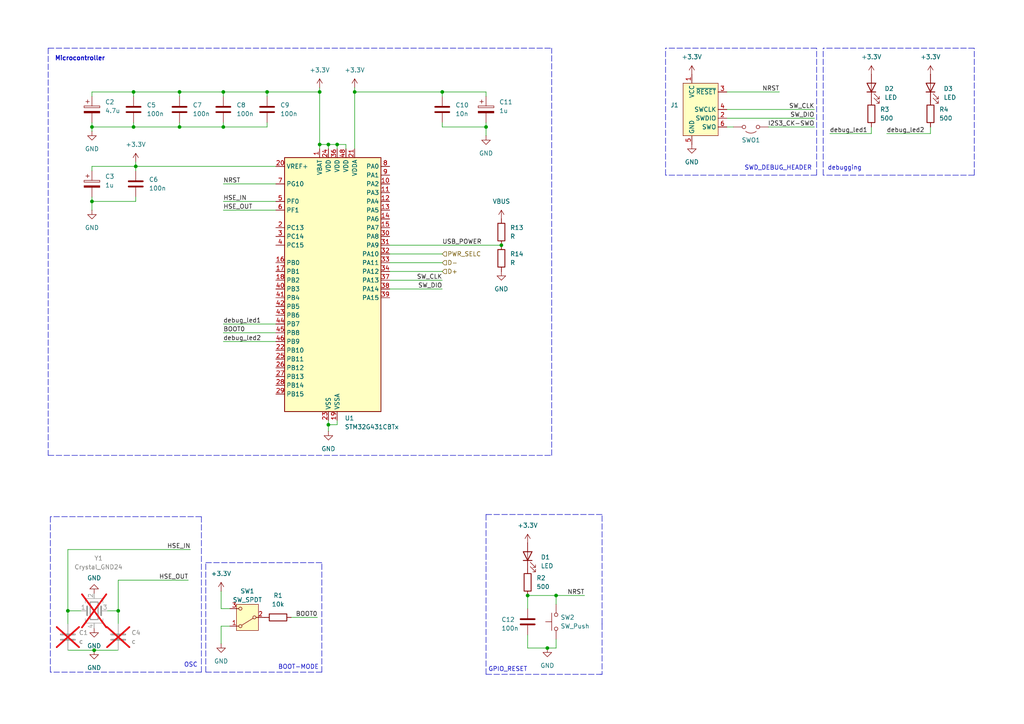
<source format=kicad_sch>
(kicad_sch (version 20231120) (generator "eeschema") (generator_version "8.0")
  (paper "A4")
  (lib_symbols
    (symbol "Connector:Conn_ARM_SWD_TagConnect_TC2030-NL" (in_bom no)
      (property "Reference" "J" (at 2.54 11.43 0))
      (property "Value" "Conn_ARM_SWD_TagConnect_TC2030-NL" (at 2.54 8.89 0))
      (symbol "Conn_ARM_SWD_TagConnect_TC2030-NL_0_0"
        (pin power_in line (at -2.54 10.16 270) (length 2.54) (name "VCC") (number "1"))
        (pin bidirectional line (at 7.62 -2.54 180) (length 2.54) (name "SWDIO") (number "2"))
        (pin open_collector line (at 7.62 5.08 180) (length 2.54) (name "~{RESET}") (number "3"))
        (pin output line (at 7.62 0 180) (length 2.54) (name "SWCLK") (number "4"))
        (pin power_in line (at -2.54 -10.16 90) (length 2.54) (name "GND") (number "5"))
        (pin input line (at 7.62 -5.08 180) (length 2.54) (name "SWO") (number "6"))
      )
      (symbol "Conn_ARM_SWD_TagConnect_TC2030-NL_0_1"
        (rectangle (start -5.08 7.62) (end 5.08 -7.62) (fill (type background)))
      )
    )
    (symbol "Device:C" (pin_numbers hide) (pin_names (offset 0.254))
      (property "Reference" "C" (at 0.635 2.54 0))
      (property "Value" "C" (at 0.635 -2.54 0))
      (symbol "C_0_1"
        (polyline (pts (xy -2.032 -0.762) (xy 2.032 -0.762)) (stroke (width 0.508)))
        (polyline (pts (xy -2.032 0.762) (xy 2.032 0.762)) (stroke (width 0.508)))
      )
      (symbol "C_1_1"
        (pin passive line (at 0 3.81 270) (length 2.794) (name "~") (number "1"))
        (pin passive line (at 0 -3.81 90) (length 2.794) (name "~") (number "2"))
      )
    )
    (symbol "Device:C_Polarized" (pin_numbers hide) (pin_names (offset 0.254))
      (property "Reference" "C" (at 0.635 2.54 0))
      (property "Value" "C_Polarized" (at 0.635 -2.54 0))
      (symbol "C_Polarized_0_1"
        (rectangle (start -2.286 0.508) (end 2.286 1.016))
        (polyline (pts (xy -1.778 2.286) (xy -0.762 2.286)))
        (polyline (pts (xy -1.27 2.794) (xy -1.27 1.778)))
        (rectangle (start 2.286 -0.508) (end -2.286 -1.016) (fill (type outline)))
      )
      (symbol "C_Polarized_1_1"
        (pin passive line (at 0 3.81 270) (length 2.794) (name "~") (number "1"))
        (pin passive line (at 0 -3.81 90) (length 2.794) (name "~") (number "2"))
      )
    )
    (symbol "Device:Crystal_GND24" (pin_names (offset 1.016) hide)
      (property "Reference" "Y" (at 3.175 5.08 0))
      (property "Value" "Crystal_GND24" (at 3.175 3.175 0))
      (symbol "Crystal_GND24_0_1"
        (rectangle (start -1.143 2.54) (end 1.143 -2.54) (stroke (width 0.3048)))
        (polyline (pts (xy -2.54 0) (xy -2.032 0)))
        (polyline (pts (xy -2.032 -1.27) (xy -2.032 1.27)) (stroke (width 0.508)))
        (polyline (pts (xy 0 -3.81) (xy 0 -3.556)))
        (polyline (pts (xy 0 3.556) (xy 0 3.81)))
        (polyline (pts (xy 2.032 -1.27) (xy 2.032 1.27)) (stroke (width 0.508)))
        (polyline (pts (xy 2.032 0) (xy 2.54 0)))
        (polyline (pts (xy -2.54 -2.286) (xy -2.54 -3.556) (xy 2.54 -3.556) (xy 2.54 -2.286)))
        (polyline (pts (xy -2.54 2.286) (xy -2.54 3.556) (xy 2.54 3.556) (xy 2.54 2.286)))
      )
      (symbol "Crystal_GND24_1_1"
        (pin passive line (at -3.81 0 0) (length 1.27) (name "1") (number "1"))
        (pin passive line (at 0 5.08 270) (length 1.27) (name "2") (number "2"))
        (pin passive line (at 3.81 0 180) (length 1.27) (name "3") (number "3"))
        (pin passive line (at 0 -5.08 90) (length 1.27) (name "4") (number "4"))
      )
    )
    (symbol "Device:LED" (pin_numbers hide) (pin_names (offset 1.016) hide)
      (property "Reference" "D" (at 0 2.54 0))
      (property "Value" "LED" (at 0 -2.54 0))
      (symbol "LED_0_1"
        (polyline (pts (xy -1.27 -1.27) (xy -1.27 1.27)) (stroke (width 0.254)))
        (polyline (pts (xy -1.27 0) (xy 1.27 0)))
        (polyline (pts (xy 1.27 -1.27) (xy 1.27 1.27) (xy -1.27 0) (xy 1.27 -1.27)) (stroke (width 0.254)))
        (polyline (pts (xy -3.048 -0.762) (xy -4.572 -2.286) (xy -3.81 -2.286) (xy -4.572 -2.286) (xy -4.572 -1.524)))
        (polyline (pts (xy -1.778 -0.762) (xy -3.302 -2.286) (xy -2.54 -2.286) (xy -3.302 -2.286) (xy -3.302 -1.524)))
      )
      (symbol "LED_1_1"
        (pin passive line (at -3.81 0 0) (length 2.54) (name "K") (number "1"))
        (pin passive line (at 3.81 0 180) (length 2.54) (name "A") (number "2"))
      )
    )
    (symbol "Device:R" (pin_numbers hide) (pin_names (offset 0))
      (property "Reference" "R" (at 2.032 0 90))
      (property "Value" "R" (at 0 0 90))
      (symbol "R_0_1"
        (rectangle (start -1.016 -2.54) (end 1.016 2.54) (stroke (width 0.254)))
      )
      (symbol "R_1_1"
        (pin passive line (at 0 3.81 270) (length 1.27) (name "~") (number "1"))
        (pin passive line (at 0 -3.81 90) (length 1.27) (name "~") (number "2"))
      )
    )
    (symbol "Jumper:Jumper_2_Open" (pin_numbers hide) (pin_names (offset 0) hide) (exclude_from_sim yes)
      (property "Reference" "JP" (at 0 2.794 0))
      (property "Value" "Jumper_2_Open" (at 0 -2.286 0))
      (symbol "Jumper_2_Open_0_0"
        (circle (center -2.032 0) (radius 0.508))
        (circle (center 2.032 0) (radius 0.508))
      )
      (symbol "Jumper_2_Open_0_1"
        (arc (start 1.524 1.27) (mid 0 1.778) (end -1.524 1.27))
      )
      (symbol "Jumper_2_Open_1_1"
        (pin passive line (at -5.08 0 0) (length 2.54) (name "A") (number "1"))
        (pin passive line (at 5.08 0 180) (length 2.54) (name "B") (number "2"))
      )
    )
    (symbol "MCU_ST_STM32G4:STM32G431CBTx"
      (property "Reference" "U" (at -12.7 39.37 0))
      (property "Value" "STM32G431CBTx" (at 10.16 39.37 0))
      (symbol "STM32G431CBTx_0_1"
        (rectangle (start -12.7 -35.56) (end 15.24 38.1) (stroke (width 0.254)) (fill (type background)))
      )
      (symbol "STM32G431CBTx_1_1"
        (pin power_in line (at -2.54 40.64 270) (length 2.54) (name "VBAT") (number "1"))
        (pin bidirectional line (at 17.78 30.48 180) (length 2.54) (name "PA2") (number "10"))
        (pin bidirectional line (at 17.78 27.94 180) (length 2.54) (name "PA3") (number "11"))
        (pin bidirectional line (at 17.78 25.4 180) (length 2.54) (name "PA4") (number "12"))
        (pin bidirectional line (at 17.78 22.86 180) (length 2.54) (name "PA5") (number "13"))
        (pin bidirectional line (at 17.78 20.32 180) (length 2.54) (name "PA6") (number "14"))
        (pin bidirectional line (at 17.78 17.78 180) (length 2.54) (name "PA7") (number "15"))
        (pin bidirectional line (at -15.24 7.62 0) (length 2.54) (name "PB0") (number "16"))
        (pin bidirectional line (at -15.24 5.08 0) (length 2.54) (name "PB1") (number "17"))
        (pin bidirectional line (at -15.24 2.54 0) (length 2.54) (name "PB2") (number "18"))
        (pin power_in line (at 2.54 -38.1 90) (length 2.54) (name "VSSA") (number "19"))
        (pin bidirectional line (at -15.24 17.78 0) (length 2.54) (name "PC13") (number "2"))
        (pin input line (at -15.24 35.56 0) (length 2.54) (name "VREF+") (number "20"))
        (pin power_in line (at 7.62 40.64 270) (length 2.54) (name "VDDA") (number "21"))
        (pin bidirectional line (at -15.24 -17.78 0) (length 2.54) (name "PB10") (number "22"))
        (pin power_in line (at 0 -38.1 90) (length 2.54) (name "VSS") (number "23"))
        (pin power_in line (at 0 40.64 270) (length 2.54) (name "VDD") (number "24"))
        (pin bidirectional line (at -15.24 -20.32 0) (length 2.54) (name "PB11") (number "25"))
        (pin bidirectional line (at -15.24 -22.86 0) (length 2.54) (name "PB12") (number "26"))
        (pin bidirectional line (at -15.24 -25.4 0) (length 2.54) (name "PB13") (number "27"))
        (pin bidirectional line (at -15.24 -27.94 0) (length 2.54) (name "PB14") (number "28"))
        (pin bidirectional line (at -15.24 -30.48 0) (length 2.54) (name "PB15") (number "29"))
        (pin bidirectional line (at -15.24 15.24 0) (length 2.54) (name "PC14") (number "3"))
        (pin bidirectional line (at 17.78 15.24 180) (length 2.54) (name "PA8") (number "30"))
        (pin bidirectional line (at 17.78 12.7 180) (length 2.54) (name "PA9") (number "31"))
        (pin bidirectional line (at 17.78 10.16 180) (length 2.54) (name "PA10") (number "32"))
        (pin bidirectional line (at 17.78 7.62 180) (length 2.54) (name "PA11") (number "33"))
        (pin bidirectional line (at 17.78 5.08 180) (length 2.54) (name "PA12") (number "34"))
        (pin passive line (at 0 -38.1 90) (length 2.54) hide (name "VSS") (number "35"))
        (pin power_in line (at 2.54 40.64 270) (length 2.54) (name "VDD") (number "36"))
        (pin bidirectional line (at 17.78 2.54 180) (length 2.54) (name "PA13") (number "37"))
        (pin bidirectional line (at 17.78 0 180) (length 2.54) (name "PA14") (number "38"))
        (pin bidirectional line (at 17.78 -2.54 180) (length 2.54) (name "PA15") (number "39"))
        (pin bidirectional line (at -15.24 12.7 0) (length 2.54) (name "PC15") (number "4"))
        (pin bidirectional line (at -15.24 0 0) (length 2.54) (name "PB3") (number "40"))
        (pin bidirectional line (at -15.24 -2.54 0) (length 2.54) (name "PB4") (number "41"))
        (pin bidirectional line (at -15.24 -5.08 0) (length 2.54) (name "PB5") (number "42"))
        (pin bidirectional line (at -15.24 -7.62 0) (length 2.54) (name "PB6") (number "43"))
        (pin bidirectional line (at -15.24 -10.16 0) (length 2.54) (name "PB7") (number "44"))
        (pin bidirectional line (at -15.24 -12.7 0) (length 2.54) (name "PB8") (number "45"))
        (pin bidirectional line (at -15.24 -15.24 0) (length 2.54) (name "PB9") (number "46"))
        (pin passive line (at 0 -38.1 90) (length 2.54) hide (name "VSS") (number "47"))
        (pin power_in line (at 5.08 40.64 270) (length 2.54) (name "VDD") (number "48"))
        (pin bidirectional line (at -15.24 25.4 0) (length 2.54) (name "PF0") (number "5"))
        (pin bidirectional line (at -15.24 22.86 0) (length 2.54) (name "PF1") (number "6"))
        (pin bidirectional line (at -15.24 30.48 0) (length 2.54) (name "PG10") (number "7"))
        (pin bidirectional line (at 17.78 35.56 180) (length 2.54) (name "PA0") (number "8"))
        (pin bidirectional line (at 17.78 33.02 180) (length 2.54) (name "PA1") (number "9"))
      )
    )
    (symbol "Switch:SW_Push" (pin_numbers hide) (pin_names (offset 1.016) hide)
      (property "Reference" "SW" (at 1.27 2.54 0))
      (property "Value" "SW_Push" (at 0 -1.524 0))
      (symbol "SW_Push_0_1"
        (circle (center -2.032 0) (radius 0.508))
        (polyline (pts (xy 0 1.27) (xy 0 3.048)))
        (polyline (pts (xy 2.54 1.27) (xy -2.54 1.27)))
        (circle (center 2.032 0) (radius 0.508))
        (pin passive line (at -5.08 0 0) (length 2.54) (name "1") (number "1"))
        (pin passive line (at 5.08 0 180) (length 2.54) (name "2") (number "2"))
      )
    )
    (symbol "Switch:SW_SPDT" (pin_names (offset 0) hide)
      (property "Reference" "SW" (at 0 5.08 0))
      (property "Value" "SW_SPDT" (at 0 -5.08 0))
      (symbol "SW_SPDT_0_1"
        (circle (center -2.032 0) (radius 0.4572))
        (polyline (pts (xy -1.651 0.254) (xy 1.651 2.286)))
        (circle (center 2.032 -2.54) (radius 0.4572))
        (circle (center 2.032 2.54) (radius 0.4572))
      )
      (symbol "SW_SPDT_1_1"
        (rectangle (start -3.175 3.81) (end 3.175 -3.81) (fill (type background)))
        (pin passive line (at 5.08 2.54 180) (length 2.54) (name "A") (number "1"))
        (pin passive line (at -5.08 0 0) (length 2.54) (name "B") (number "2"))
        (pin passive line (at 5.08 -2.54 180) (length 2.54) (name "C") (number "3"))
      )
    )
    (symbol "power:+3.3V" (power) (pin_numbers hide) (pin_names (offset 0) hide)
      (property "Value" "+3.3V" (at 0 3.556 0))
      (symbol "+3.3V_0_1"
        (polyline (pts (xy -0.762 1.27) (xy 0 2.54)))
        (polyline (pts (xy 0 0) (xy 0 2.54)))
        (polyline (pts (xy 0 2.54) (xy 0.762 1.27)))
      )
      (symbol "+3.3V_1_1"
        (pin power_in line (at 0 0 90) (length 0) (name "~") (number "1"))
      )
    )
    (symbol "power:GND" (power) (pin_numbers hide) (pin_names (offset 0) hide)
      (property "Value" "GND" (at 0 -3.81 0))
      (symbol "GND_0_1"
        (polyline (pts (xy 0 0) (xy 0 -1.27) (xy 1.27 -1.27) (xy 0 -2.54) (xy -1.27 -1.27) (xy 0 -1.27)))
      )
      (symbol "GND_1_1"
        (pin power_in line (at 0 0 270) (length 0) (name "~") (number "1"))
      )
    )
    (symbol "power:VBUS" (power) (pin_numbers hide) (pin_names (offset 0) hide)
      (property "Value" "VBUS" (at 0 3.556 0))
      (symbol "VBUS_0_1"
        (polyline (pts (xy -0.762 1.27) (xy 0 2.54)))
        (polyline (pts (xy 0 0) (xy 0 2.54)))
        (polyline (pts (xy 0 2.54) (xy 0.762 1.27)))
      )
      (symbol "VBUS_1_1"
        (pin power_in line (at 0 0 90) (length 0) (name "~") (number "1"))
      )
    )
  )
  (junction (at 38.735 36.83))
  (junction (at 92.71 26.67))
  (junction (at 128.27 26.67))
  (junction (at 26.67 58.42))
  (junction (at 27.305 188.595))
  (junction (at 95.25 123.19))
  (junction (at 26.67 36.83))
  (junction (at 64.77 36.83))
  (junction (at 38.735 26.67))
  (junction (at 92.71 41.91))
  (junction (at 153.035 172.72))
  (junction (at 77.47 26.67))
  (junction (at 161.29 172.72))
  (junction (at 145.415 71.12))
  (junction (at 95.25 41.91))
  (junction (at 19.685 177.165))
  (junction (at 102.87 26.67))
  (junction (at 140.97 36.83))
  (junction (at 158.75 187.96))
  (junction (at 34.29 177.165))
  (junction (at 97.79 41.91))
  (junction (at 64.77 26.67))
  (junction (at 52.07 26.67))
  (junction (at 52.07 36.83))
  (junction (at 39.37 48.26))
  (wire (pts (xy 64.77 58.42) (xy 80.01 58.42)))
  (polyline (pts (xy 236.855 50.8) (xy 193.04 50.8)) (stroke (width 0) (type dash)))
  (wire (pts (xy 26.67 48.26) (xy 39.37 48.26)))
  (polyline (pts (xy 236.855 50.8) (xy 236.855 13.97)) (stroke (width 0) (type dash)))
  (polyline (pts (xy 58.42 194.945) (xy 14.605 194.945)) (stroke (width 0) (type dash)))
  (wire (pts (xy 26.67 58.42) (xy 39.37 58.42)))
  (polyline (pts (xy 160.02 132.08) (xy 160.02 13.97)) (stroke (width 0) (type dash)))
  (wire (pts (xy 140.97 36.83) (xy 140.97 35.56)))
  (wire (pts (xy 113.03 76.2) (xy 128.27 76.2)))
  (wire (pts (xy 19.685 188.595) (xy 27.305 188.595)))
  (wire (pts (xy 64.77 26.67) (xy 77.47 26.67)))
  (wire (pts (xy 77.47 26.67) (xy 92.71 26.67)))
  (polyline (pts (xy 93.345 194.945) (xy 93.345 163.195)) (stroke (width 0) (type dash)))
  (wire (pts (xy 26.67 58.42) (xy 26.67 60.96)))
  (wire (pts (xy 210.82 36.83) (xy 212.725 36.83)))
  (wire (pts (xy 113.03 71.12) (xy 145.415 71.12)))
  (wire (pts (xy 77.47 27.94) (xy 77.47 26.67)))
  (polyline (pts (xy 13.97 13.97) (xy 160.02 13.97)) (stroke (width 0) (type dash)))
  (wire (pts (xy 34.29 168.275) (xy 54.61 168.275)))
  (polyline (pts (xy 13.97 132.08) (xy 160.02 132.08)) (stroke (width 0) (type dash)))
  (wire (pts (xy 38.735 36.83) (xy 38.735 35.56)))
  (wire (pts (xy 52.07 27.94) (xy 52.07 26.67)))
  (wire (pts (xy 52.07 36.83) (xy 52.07 35.56)))
  (wire (pts (xy 113.03 81.28) (xy 128.27 81.28)))
  (wire (pts (xy 95.25 123.19) (xy 97.79 123.19)))
  (wire (pts (xy 210.82 26.67) (xy 226.06 26.67)))
  (wire (pts (xy 34.29 168.275) (xy 34.29 177.165)))
  (wire (pts (xy 252.73 38.735) (xy 252.73 36.83)))
  (wire (pts (xy 128.27 27.94) (xy 128.27 26.67)))
  (wire (pts (xy 102.87 26.67) (xy 102.87 43.18)))
  (wire (pts (xy 140.97 36.83) (xy 140.97 39.37)))
  (polyline (pts (xy 174.625 180.975) (xy 174.625 195.58)) (stroke (width 0) (type dash)))
  (polyline (pts (xy 140.97 149.225) (xy 140.97 163.83)) (stroke (width 0) (type dash)))
  (wire (pts (xy 64.77 99.06) (xy 80.01 99.06)))
  (wire (pts (xy 64.77 26.67) (xy 64.77 27.94)))
  (wire (pts (xy 97.79 121.92) (xy 97.79 123.19)))
  (polyline (pts (xy 238.76 50.8) (xy 238.76 13.97)) (stroke (width 0) (type dash)))
  (polyline (pts (xy 174.625 195.58) (xy 140.97 195.58)) (stroke (width 0) (type dash)))
  (wire (pts (xy 66.675 176.53) (xy 64.135 176.53)))
  (polyline (pts (xy 93.345 163.195) (xy 59.69 163.195)) (stroke (width 0) (type dash)))
  (polyline (pts (xy 140.97 195.58) (xy 140.97 163.83)) (stroke (width 0) (type dash)))
  (wire (pts (xy 95.25 41.91) (xy 95.25 43.18)))
  (wire (pts (xy 95.25 121.92) (xy 95.25 123.19)))
  (polyline (pts (xy 174.625 195.58) (xy 173.99 195.58)) (stroke (width 0) (type dash)))
  (wire (pts (xy 19.685 159.385) (xy 55.245 159.385)))
  (wire (pts (xy 128.27 36.83) (xy 140.97 36.83)))
  (wire (pts (xy 84.455 179.07) (xy 92.075 179.07)))
  (wire (pts (xy 92.71 41.91) (xy 92.71 43.18)))
  (wire (pts (xy 26.67 36.83) (xy 26.67 35.56)))
  (wire (pts (xy 95.25 123.19) (xy 95.25 125.095)))
  (polyline (pts (xy 58.42 194.945) (xy 58.42 149.86)) (stroke (width 0) (type dash)))
  (wire (pts (xy 257.175 38.735) (xy 269.875 38.735)))
  (wire (pts (xy 113.03 78.74) (xy 128.27 78.74)))
  (polyline (pts (xy 282.575 50.8) (xy 238.76 50.8)) (stroke (width 0) (type dash)))
  (wire (pts (xy 39.37 49.53) (xy 39.37 48.26)))
  (wire (pts (xy 97.79 41.91) (xy 97.79 43.18)))
  (wire (pts (xy 140.97 26.67) (xy 128.27 26.67)))
  (polyline (pts (xy 59.69 194.945) (xy 59.69 163.195)) (stroke (width 0) (type dash)))
  (wire (pts (xy 39.37 58.42) (xy 39.37 57.15)))
  (wire (pts (xy 34.29 177.165) (xy 34.29 180.975)))
  (wire (pts (xy 92.71 25.4) (xy 92.71 26.67)))
  (wire (pts (xy 19.685 159.385) (xy 19.685 177.165)))
  (wire (pts (xy 52.07 36.83) (xy 38.735 36.83)))
  (wire (pts (xy 140.97 27.94) (xy 140.97 26.67)))
  (wire (pts (xy 38.735 36.83) (xy 26.67 36.83)))
  (wire (pts (xy 161.29 187.96) (xy 158.75 187.96)))
  (wire (pts (xy 92.71 41.91) (xy 95.25 41.91)))
  (wire (pts (xy 64.77 35.56) (xy 64.77 36.83)))
  (wire (pts (xy 210.82 31.75) (xy 236.22 31.75)))
  (wire (pts (xy 64.77 53.34) (xy 80.01 53.34)))
  (polyline (pts (xy 13.97 13.97) (xy 13.97 132.08)) (stroke (width 0) (type dash)))
  (wire (pts (xy 210.82 34.29) (xy 236.22 34.29)))
  (wire (pts (xy 80.01 60.96) (xy 64.77 60.96)))
  (wire (pts (xy 95.25 41.91) (xy 97.79 41.91)))
  (wire (pts (xy 26.67 58.42) (xy 26.67 57.15)))
  (wire (pts (xy 113.03 83.82) (xy 128.27 83.82)))
  (wire (pts (xy 39.37 46.99) (xy 39.37 48.26)))
  (wire (pts (xy 92.71 26.67) (xy 92.71 41.91)))
  (wire (pts (xy 23.495 177.165) (xy 19.685 177.165)))
  (wire (pts (xy 66.675 181.61) (xy 64.135 181.61)))
  (wire (pts (xy 161.29 172.72) (xy 161.29 175.26)))
  (wire (pts (xy 153.035 172.72) (xy 161.29 172.72)))
  (polyline (pts (xy 193.04 50.8) (xy 193.04 13.97)) (stroke (width 0) (type dash)))
  (wire (pts (xy 153.035 172.72) (xy 153.035 176.53)))
  (wire (pts (xy 113.03 73.66) (xy 128.27 73.66)))
  (polyline (pts (xy 93.345 194.945) (xy 59.69 194.945)) (stroke (width 0) (type dash)))
  (wire (pts (xy 64.135 181.61) (xy 64.135 186.69)))
  (wire (pts (xy 31.115 177.165) (xy 34.29 177.165)))
  (wire (pts (xy 19.685 177.165) (xy 19.685 180.975)))
  (polyline (pts (xy 282.575 50.8) (xy 282.575 13.97)) (stroke (width 0) (type dash)))
  (wire (pts (xy 77.47 36.83) (xy 77.47 35.56)))
  (wire (pts (xy 64.77 96.52) (xy 80.01 96.52)))
  (wire (pts (xy 27.305 188.595) (xy 34.29 188.595)))
  (wire (pts (xy 52.07 26.67) (xy 64.77 26.67)))
  (wire (pts (xy 64.77 93.98) (xy 80.01 93.98)))
  (wire (pts (xy 38.735 26.67) (xy 52.07 26.67)))
  (wire (pts (xy 161.29 185.42) (xy 161.29 187.96)))
  (wire (pts (xy 153.035 184.15) (xy 153.035 187.96)))
  (polyline (pts (xy 174.625 149.225) (xy 140.97 149.225)) (stroke (width 0) (type dash)))
  (polyline (pts (xy 236.855 13.97) (xy 193.04 13.97)) (stroke (width 0) (type dash)))
  (wire (pts (xy 102.87 26.67) (xy 128.27 26.67)))
  (wire (pts (xy 26.67 27.94) (xy 26.67 26.67)))
  (wire (pts (xy 153.035 187.96) (xy 158.75 187.96)))
  (wire (pts (xy 39.37 48.26) (xy 80.01 48.26)))
  (polyline (pts (xy 14.605 194.945) (xy 14.605 149.86)) (stroke (width 0) (type dash)))
  (wire (pts (xy 97.79 41.91) (xy 100.33 41.91)))
  (wire (pts (xy 26.67 26.67) (xy 38.735 26.67)))
  (wire (pts (xy 100.33 41.91) (xy 100.33 43.18)))
  (wire (pts (xy 240.665 38.735) (xy 252.73 38.735)))
  (wire (pts (xy 26.67 38.1) (xy 26.67 36.83)))
  (wire (pts (xy 52.07 36.83) (xy 64.77 36.83)))
  (polyline (pts (xy 174.625 180.975) (xy 174.625 149.225)) (stroke (width 0) (type dash)))
  (wire (pts (xy 26.67 48.26) (xy 26.67 49.53)))
  (wire (pts (xy 102.87 25.4) (xy 102.87 26.67)))
  (polyline (pts (xy 58.42 149.86) (xy 14.605 149.86)) (stroke (width 0) (type dash)))
  (wire (pts (xy 38.735 27.94) (xy 38.735 26.67)))
  (wire (pts (xy 161.29 172.72) (xy 169.545 172.72)))
  (polyline (pts (xy 282.575 13.97) (xy 238.76 13.97)) (stroke (width 0) (type dash)))
  (wire (pts (xy 64.77 36.83) (xy 77.47 36.83)))
  (wire (pts (xy 128.27 36.83) (xy 128.27 35.56)))
  (wire (pts (xy 64.135 171.45) (xy 64.135 176.53)))
  (wire (pts (xy 269.875 38.735) (xy 269.875 36.83)))
  (wire (pts (xy 222.885 36.83) (xy 236.22 36.83)))
  (text "GPIO_RESET" (at 141.605 194.945 0) (effects (font (size 1.27 1.27)) (justify left bottom)))
  (text "BOOT-MODE" (at 80.645 194.31 0) (effects (font (size 1.27 1.27)) (justify left bottom)))
  (text "OSC\n" (at 53.34 193.675 0) (effects (font (size 1.27 1.27)) (justify left bottom)))
  (text "debugging" (at 240.03 49.53 0) (effects (font (size 1.27 1.27)) (justify left bottom)))
  (text "SWD_DEBUG_HEADER" (at 215.9 49.53 0) (effects (font (size 1.27 1.27)) (justify left bottom)))
  (text "Microcontroller" (at 15.875 17.78 0) (effects (font (size 1.27 1.27) (bold yes)) (justify left bottom)))
  (label "debug_led1" (at 64.77 93.98 0))
  (label "NRST" (at 169.545 172.72 180))
  (label "debug_led1" (at 240.665 38.735 0))
  (label "debug_led2" (at 257.175 38.735 0))
  (label "BOOT0" (at 92.075 179.07 180))
  (label "HSE_OUT" (at 64.77 60.96 0))
  (label "HSE_OUT" (at 54.61 168.275 180))
  (label "SW_DIO" (at 128.27 83.82 180))
  (label "NRST" (at 64.77 53.34 0))
  (label "USB_POWER" (at 128.27 71.12 0))
  (label "BOOT0" (at 64.77 96.52 0))
  (label "HSE_IN" (at 55.245 159.385 180))
  (label "NRST" (at 226.06 26.67 180))
  (label "SW_DIO" (at 236.22 34.29 180))
  (label "SW_CLK" (at 236.22 31.75 180))
  (label "HSE_IN" (at 64.77 58.42 0))
  (label "debug_led2" (at 64.77 99.06 0))
  (label "SW_CLK" (at 128.27 81.28 180))
  (label "I2S3_CK-SWO" (at 236.22 36.83 180))
  (hierarchical_label "D-" (shape input) (at 128.27 76.2 0))
  (hierarchical_label "PWR_SELC" (shape input) (at 128.27 73.66 0))
  (hierarchical_label "D+" (shape input) (at 128.27 78.74 0))
  (symbol (lib_id "Device:C") (at 52.07 31.75 0) (unit 1)
    (property "Reference" "C7" (at 55.88 30.48 0) (effects (justify left)))
    (property "Value" "100n" (at 55.88 33.02 0) (effects (justify left)))
    (property "Footprint" "Capacitor_SMD:C_0805_2012Metric" (effects (hide yes)))
    (property "Description" "Unpolarized capacitor" (effects (hide yes)))
  )
  (symbol (lib_id "Switch:SW_Push") (at 161.29 180.34 90) (unit 1)
    (property "Reference" "SW2" (at 162.56 179.0699 90) (effects (justify right)))
    (property "Value" "SW_Push" (at 162.56 181.6099 90) (effects (justify right)))
    (property "Footprint" "Button_Switch_SMD:SW_Push_SPST_NO_Alps_SKRK" (effects (hide yes)))
    (property "Description" "Push button switch, generic, two pins" (effects (hide yes)))
  )
  (symbol (lib_id "power:+3.3V") (at 64.135 171.45 0) (unit 1)
    (property "Reference" "#PWR07" (effects (hide yes)))
    (property "Value" "+3.3V" (at 64.135 166.37 0))
    (property "Description" "Power symbol creates a global label with name \"+3.3V\"" (effects (hide yes)))
  )
  (symbol (lib_id "Device:C") (at 128.27 31.75 0) (unit 1)
    (property "Reference" "C10" (at 132.08 30.48 0) (effects (justify left)))
    (property "Value" "10n" (at 132.08 33.02 0) (effects (justify left)))
    (property "Footprint" "Capacitor_SMD:C_0805_2012Metric" (effects (hide yes)))
    (property "Description" "Unpolarized capacitor" (effects (hide yes)))
  )
  (symbol (lib_id "power:+3.3V") (at 153.035 157.48 0) (unit 1)
    (property "Reference" "#PWR013" (effects (hide yes)))
    (property "Value" "+3.3V" (at 153.035 152.4 0))
    (property "Description" "Power symbol creates a global label with name \"+3.3V\"" (effects (hide yes)))
  )
  (symbol (lib_id "Device:LED") (at 252.73 25.4 90) (unit 1)
    (property "Reference" "D2" (at 256.54 25.7175 90) (effects (justify right)))
    (property "Value" "LED" (at 256.54 28.2575 90) (effects (justify right)))
    (property "Footprint" "LED_SMD:LED_0805_2012Metric" (effects (hide yes)))
    (property "Description" "Light emitting diode" (effects (hide yes)))
  )
  (symbol (lib_id "Device:C") (at 39.37 53.34 0) (unit 1)
    (property "Reference" "C6" (at 43.18 52.07 0) (effects (justify left)))
    (property "Value" "100n" (at 43.18 54.61 0) (effects (justify left)))
    (property "Footprint" "Capacitor_SMD:C_0805_2012Metric" (effects (hide yes)))
    (property "Description" "Unpolarized capacitor" (effects (hide yes)))
  )
  (symbol (lib_id "power:GND") (at 200.66 41.91 0) (unit 1)
    (property "Reference" "#PWR016" (effects (hide yes)))
    (property "Value" "GND" (at 200.66 46.99 0))
    (property "Description" "Power symbol creates a global label with name \"GND\" , ground" (effects (hide yes)))
  )
  (symbol (lib_id "power:GND") (at 140.97 39.37 0) (unit 1)
    (property "Reference" "#PWR012" (effects (hide yes)))
    (property "Value" "GND" (at 140.97 44.45 0))
    (property "Description" "Power symbol creates a global label with name \"GND\" , ground" (effects (hide yes)))
  )
  (symbol (lib_id "power:+3.3V") (at 269.875 21.59 0) (unit 1)
    (property "Reference" "#PWR018" (effects (hide yes)))
    (property "Value" "+3.3V" (at 269.875 16.51 0))
    (property "Description" "Power symbol creates a global label with name \"+3.3V\"" (effects (hide yes)))
  )
  (symbol (lib_id "power:VBUS") (at 145.415 63.5 0) (unit 1)
    (property "Reference" "#PWR043" (effects (hide yes)))
    (property "Value" "VBUS" (at 145.415 58.42 0))
    (property "Description" "Power symbol creates a global label with name \"VBUS\"" (effects (hide yes)))
  )
  (symbol (lib_id "MCU_ST_STM32G4:STM32G431CBTx") (at 95.25 83.82 0) (unit 1)
    (property "Reference" "U1" (at 99.9841 121.285 0) (effects (justify left)))
    (property "Value" "STM32G431CBTx" (at 99.9841 123.825 0) (effects (justify left)))
    (property "Footprint" "Package_QFP:LQFP-48_7x7mm_P0.5mm" (effects (hide yes)))
    (property "Datasheet" "https://www.st.com/resource/en/datasheet/stm32g431cb.pdf" (effects (hide yes)))
    (property "Description" "STMicroelectronics Arm Cortex-M4 MCU, 128KB flash, 32KB RAM, 170 MHz, 1.71-3.6V, 38 GPIO, LQFP48" (effects (hide yes)))
  )
  (symbol (lib_id "Device:C_Polarized") (at 26.67 31.75 0) (unit 1)
    (property "Reference" "C2" (at 30.48 29.591 0) (effects (justify left)))
    (property "Value" "4.7u" (at 30.48 32.131 0) (effects (justify left)))
    (property "Footprint" "Capacitor_SMD:C_0805_2012Metric" (effects (hide yes)))
    (property "Description" "Polarized capacitor" (effects (hide yes)))
  )
  (symbol (lib_id "Device:R") (at 80.645 179.07 90) (unit 1)
    (property "Reference" "R1" (at 80.645 172.72 90))
    (property "Value" "10k" (at 80.645 175.26 90))
    (property "Footprint" "Resistor_SMD:R_0805_2012Metric" (effects (hide yes)))
    (property "Description" "Resistor" (effects (hide yes)))
  )
  (symbol (lib_id "power:GND") (at 27.305 182.245 0) (unit 1)
    (property "Reference" "#PWR04" (effects (hide yes)))
    (property "Value" "GND" (at 27.305 187.325 0))
    (property "Description" "Power symbol creates a global label with name \"GND\" , ground" (effects (hide yes)))
  )
  (symbol (lib_id "power:+3.3V") (at 252.73 21.59 0) (unit 1)
    (property "Reference" "#PWR017" (effects (hide yes)))
    (property "Value" "+3.3V" (at 252.73 16.51 0))
    (property "Description" "Power symbol creates a global label with name \"+3.3V\"" (effects (hide yes)))
  )
  (symbol (lib_id "Device:Crystal_GND24") (at 27.305 177.165 0) (unit 1) (dnp yes)
    (property "Reference" "Y1" (at 28.575 161.925 0))
    (property "Value" "Crystal_GND24" (at 28.575 164.465 0))
    (property "Footprint" "Crystal:Crystal_SMD_SeikoEpson_FA238V-4Pin_3.2x2.5mm_HandSoldering" (effects (hide yes)))
    (property "Description" "Four pin crystal, GND on pins 2 and 4" (effects (hide yes)))
  )
  (symbol (lib_id "Device:C") (at 64.77 31.75 0) (unit 1)
    (property "Reference" "C8" (at 68.58 30.48 0) (effects (justify left)))
    (property "Value" "100n" (at 68.58 33.02 0) (effects (justify left)))
    (property "Footprint" "Capacitor_SMD:C_0805_2012Metric" (effects (hide yes)))
    (property "Description" "Unpolarized capacitor" (effects (hide yes)))
  )
  (symbol (lib_id "power:GND") (at 158.75 187.96 0) (unit 1)
    (property "Reference" "#PWR014" (effects (hide yes)))
    (property "Value" "GND" (at 158.75 193.04 0))
    (property "Description" "Power symbol creates a global label with name \"GND\" , ground" (effects (hide yes)))
  )
  (symbol (lib_id "Device:C") (at 77.47 31.75 0) (unit 1)
    (property "Reference" "C9" (at 81.28 30.48 0) (effects (justify left)))
    (property "Value" "100n" (at 81.28 33.02 0) (effects (justify left)))
    (property "Footprint" "Capacitor_SMD:C_0805_2012Metric" (effects (hide yes)))
    (property "Description" "Unpolarized capacitor" (effects (hide yes)))
  )
  (symbol (lib_id "Device:C_Polarized") (at 26.67 53.34 0) (unit 1)
    (property "Reference" "C3" (at 30.48 51.181 0) (effects (justify left)))
    (property "Value" "1u" (at 30.48 53.721 0) (effects (justify left)))
    (property "Footprint" "Capacitor_SMD:C_0805_2012Metric" (effects (hide yes)))
    (property "Description" "Polarized capacitor" (effects (hide yes)))
  )
  (symbol (lib_id "power:GND") (at 64.135 186.69 0) (mirror y) (unit 1)
    (property "Reference" "#PWR08" (effects (hide yes)))
    (property "Value" "GND" (at 64.135 191.77 0))
    (property "Description" "Power symbol creates a global label with name \"GND\" , ground" (effects (hide yes)))
  )
  (symbol (lib_id "power:GND") (at 26.67 38.1 0) (unit 1)
    (property "Reference" "#PWR01" (effects (hide yes)))
    (property "Value" "GND" (at 26.67 43.18 0))
    (property "Description" "Power symbol creates a global label with name \"GND\" , ground" (effects (hide yes)))
  )
  (symbol (lib_id "Device:R") (at 145.415 74.93 0) (unit 1)
    (property "Reference" "R14" (at 147.955 73.6599 0) (effects (justify left)))
    (property "Value" "R" (at 147.955 76.1999 0) (effects (justify left)))
    (property "Description" "Resistor" (effects (hide yes)))
  )
  (symbol (lib_id "Device:C") (at 153.035 180.34 180) (unit 1)
    (property "Reference" "C12" (at 145.415 179.705 0) (effects (justify right)))
    (property "Value" "100n" (at 145.415 182.245 0) (effects (justify right)))
    (property "Footprint" "Capacitor_SMD:C_0805_2012Metric" (effects (hide yes)))
    (property "Description" "Unpolarized capacitor" (effects (hide yes)))
  )
  (symbol (lib_id "power:+3.3V") (at 200.66 21.59 0) (unit 1)
    (property "Reference" "#PWR015" (effects (hide yes)))
    (property "Value" "+3.3V" (at 200.66 16.51 0))
    (property "Description" "Power symbol creates a global label with name \"+3.3V\"" (effects (hide yes)))
  )
  (symbol (lib_id "Jumper:Jumper_2_Open") (at 217.805 36.83 0) (mirror x) (unit 1)
    (property "Reference" "SWO1" (at 217.805 40.64 0))
    (property "Value" "Jumper_2_Open" (effects (hide yes)))
    (property "Footprint" "Jumper:SolderJumper-2_P1.3mm_Open_Pad1.0x1.5mm" (effects (hide yes)))
    (property "Description" "Jumper, 2-pole, open" (effects (hide yes)))
  )
  (symbol (lib_id "power:GND") (at 95.25 125.095 0) (unit 1)
    (property "Reference" "#PWR010" (effects (hide yes)))
    (property "Value" "GND" (at 95.25 130.175 0))
    (property "Description" "Power symbol creates a global label with name \"GND\" , ground" (effects (hide yes)))
  )
  (symbol (lib_id "Device:R") (at 145.415 67.31 0) (unit 1)
    (property "Reference" "R13" (at 147.955 66.0399 0) (effects (justify left)))
    (property "Value" "R" (at 147.955 68.5799 0) (effects (justify left)))
    (property "Description" "Resistor" (effects (hide yes)))
  )
  (symbol (lib_id "Device:R") (at 153.035 168.91 0) (unit 1)
    (property "Reference" "R2" (at 155.575 167.64 0) (effects (justify left)))
    (property "Value" "500" (at 155.575 170.18 0) (effects (justify left)))
    (property "Footprint" "Resistor_SMD:R_0805_2012Metric" (effects (hide yes)))
    (property "Description" "Resistor" (effects (hide yes)))
  )
  (symbol (lib_id "power:+3.3V") (at 39.37 46.99 0) (unit 1)
    (property "Reference" "#PWR06" (effects (hide yes)))
    (property "Value" "+3.3V" (at 39.37 41.91 0))
    (property "Description" "Power symbol creates a global label with name \"+3.3V\"" (effects (hide yes)))
  )
  (symbol (lib_id "Switch:SW_SPDT") (at 71.755 179.07 180) (unit 1)
    (property "Reference" "SW1" (at 71.755 171.45 0))
    (property "Value" "SW_SPDT" (at 71.755 173.99 0))
    (property "Footprint" "Button_Switch_THT:SW_CuK_OS102011MA1QN1_SPDT_Angled" (effects (hide yes)))
    (property "Description" "Switch, single pole double throw" (effects (hide yes)))
  )
  (symbol (lib_id "power:GND") (at 27.305 188.595 0) (unit 1)
    (property "Reference" "#PWR05" (effects (hide yes)))
    (property "Value" "GND" (at 27.305 193.675 0))
    (property "Description" "Power symbol creates a global label with name \"GND\" , ground" (effects (hide yes)))
  )
  (symbol (lib_id "Device:LED") (at 153.035 161.29 90) (unit 1)
    (property "Reference" "D1" (at 156.845 161.6075 90) (effects (justify right)))
    (property "Value" "LED" (at 156.845 164.1475 90) (effects (justify right)))
    (property "Footprint" "LED_SMD:LED_0805_2012Metric" (effects (hide yes)))
    (property "Description" "Light emitting diode" (effects (hide yes)))
  )
  (symbol (lib_id "power:+3.3V") (at 102.87 25.4 0) (unit 1)
    (property "Reference" "#PWR011" (effects (hide yes)))
    (property "Value" "+3.3V" (at 102.87 20.32 0))
    (property "Description" "Power symbol creates a global label with name \"+3.3V\"" (effects (hide yes)))
  )
  (symbol (lib_id "Device:R") (at 252.73 33.02 0) (unit 1)
    (property "Reference" "R3" (at 255.27 31.75 0) (effects (justify left)))
    (property "Value" "500" (at 255.27 34.29 0) (effects (justify left)))
    (property "Footprint" "Resistor_SMD:R_0805_2012Metric" (effects (hide yes)))
    (property "Description" "Resistor" (effects (hide yes)))
  )
  (symbol (lib_id "Device:C") (at 19.685 184.785 0) (unit 1) (dnp yes)
    (property "Reference" "C1" (at 22.86 183.5149 0) (effects (justify left)))
    (property "Value" "c" (at 22.86 186.0549 0) (effects (justify left)))
    (property "Footprint" "Capacitor_SMD:C_0805_2012Metric" (effects (hide yes)))
    (property "Description" "Unpolarized capacitor" (effects (hide yes)))
  )
  (symbol (lib_id "Device:C") (at 38.735 31.75 0) (unit 1)
    (property "Reference" "C5" (at 42.545 30.48 0) (effects (justify left)))
    (property "Value" "100n" (at 42.545 33.02 0) (effects (justify left)))
    (property "Footprint" "Capacitor_SMD:C_0805_2012Metric" (effects (hide yes)))
    (property "Description" "Unpolarized capacitor" (effects (hide yes)))
  )
  (symbol (lib_id "Device:LED") (at 269.875 25.4 90) (unit 1)
    (property "Reference" "D3" (at 273.685 25.7175 90) (effects (justify right)))
    (property "Value" "LED" (at 273.685 28.2575 90) (effects (justify right)))
    (property "Footprint" "LED_SMD:LED_0805_2012Metric" (effects (hide yes)))
    (property "Description" "Light emitting diode" (effects (hide yes)))
  )
  (symbol (lib_id "power:+3.3V") (at 92.71 25.4 0) (unit 1)
    (property "Reference" "#PWR09" (effects (hide yes)))
    (property "Value" "+3.3V" (at 92.71 20.32 0))
    (property "Description" "Power symbol creates a global label with name \"+3.3V\"" (effects (hide yes)))
  )
  (symbol (lib_id "Connector:Conn_ARM_SWD_TagConnect_TC2030-NL") (at 203.2 31.75 0) (unit 1) (in_bom no)
    (property "Reference" "J1" (at 196.85 30.4799 0) (effects (justify right)))
    (property "Value" "Conn_ARM_SWD_TagConnect_TC2030-NL" (effects (hide yes)))
    (property "Footprint" "Connector:Tag-Connect_TC2030-IDC-NL_2x03_P1.27mm_Vertical" (effects (hide yes)))
    (property "Datasheet" "https://www.tag-connect.com/wp-content/uploads/bsk-pdf-manager/TC2030-CTX_1.pdf" (effects (hide yes)))
    (property "Description" "Tag-Connect ARM Cortex SWD JTAG connector, 6 pin, no legs" (effects (hide yes)))
  )
  (symbol (lib_id "Device:R") (at 269.875 33.02 0) (unit 1)
    (property "Reference" "R4" (at 272.415 31.75 0) (effects (justify left)))
    (property "Value" "500" (at 272.415 34.29 0) (effects (justify left)))
    (property "Footprint" "Resistor_SMD:R_0805_2012Metric" (effects (hide yes)))
    (property "Description" "Resistor" (effects (hide yes)))
  )
  (symbol (lib_id "power:GND") (at 145.415 78.74 0) (unit 1)
    (property "Reference" "#PWR042" (effects (hide yes)))
    (property "Value" "GND" (at 145.415 83.82 0))
    (property "Description" "Power symbol creates a global label with name \"GND\" , ground" (effects (hide yes)))
  )
  (symbol (lib_id "Device:C_Polarized") (at 140.97 31.75 0) (unit 1)
    (property "Reference" "C11" (at 144.78 29.591 0) (effects (justify left)))
    (property "Value" "1u" (at 144.78 32.131 0) (effects (justify left)))
    (property "Footprint" "Capacitor_SMD:C_0805_2012Metric" (effects (hide yes)))
    (property "Description" "Polarized capacitor" (effects (hide yes)))
  )
  (symbol (lib_id "Device:C") (at 34.29 184.785 0) (unit 1) (dnp yes)
    (property "Reference" "C4" (at 38.1 183.5149 0) (effects (justify left)))
    (property "Value" "c" (at 38.1 186.0549 0) (effects (justify left)))
    (property "Footprint" "Capacitor_SMD:C_0805_2012Metric" (effects (hide yes)))
    (property "Description" "Unpolarized capacitor" (effects (hide yes)))
  )
  (symbol (lib_id "power:GND") (at 27.305 172.085 180) (unit 1)
    (property "Reference" "#PWR03" (effects (hide yes)))
    (property "Value" "GND" (at 27.305 167.64 0))
    (property "Description" "Power symbol creates a global label with name \"GND\" , ground" (effects (hide yes)))
  )
  (symbol (lib_id "power:GND") (at 26.67 60.96 0) (unit 1)
    (property "Reference" "#PWR02" (effects (hide yes)))
    (property "Value" "GND" (at 26.67 66.04 0))
    (property "Description" "Power symbol creates a global label with name \"GND\" , ground" (effects (hide yes)))
  )
)
</source>
